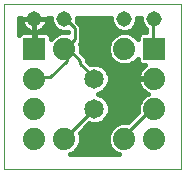
<source format=gtl>
G75*
%MOIN*%
%OFA0B0*%
%FSLAX25Y25*%
%IPPOS*%
%LPD*%
%AMOC8*
5,1,8,0,0,1.08239X$1,22.5*
%
%ADD10C,0.00000*%
%ADD11R,0.07400X0.07400*%
%ADD12C,0.07400*%
%ADD13C,0.06500*%
%ADD14C,0.05150*%
%ADD15C,0.01600*%
%ADD16C,0.01000*%
D10*
X0001800Y0001800D02*
X0001800Y0056761D01*
X0060501Y0056761D01*
X0060501Y0001800D01*
X0001800Y0001800D01*
D11*
X0011800Y0041800D03*
X0051800Y0041800D03*
D12*
X0041800Y0041800D03*
X0051800Y0031800D03*
X0051800Y0021800D03*
X0051800Y0011800D03*
X0041800Y0011800D03*
X0021800Y0011800D03*
X0011800Y0011800D03*
X0011800Y0021800D03*
X0011800Y0031800D03*
X0021800Y0041800D03*
D13*
X0031800Y0031800D03*
X0031800Y0021800D03*
D14*
X0021800Y0051800D03*
X0011800Y0051800D03*
X0041800Y0051800D03*
X0051800Y0051800D03*
D15*
X0049016Y0048420D02*
X0048105Y0049331D01*
X0047441Y0050933D01*
X0047441Y0051961D01*
X0046159Y0051961D01*
X0046159Y0050933D01*
X0045495Y0049331D01*
X0044269Y0048105D01*
X0042667Y0047441D01*
X0040933Y0047441D01*
X0039331Y0048105D01*
X0038105Y0049331D01*
X0037441Y0050933D01*
X0037441Y0051961D01*
X0026159Y0051961D01*
X0026159Y0050933D01*
X0026141Y0050889D01*
X0026146Y0050884D01*
X0027484Y0049546D01*
X0027484Y0044054D01*
X0027002Y0043572D01*
X0027284Y0042891D01*
X0027284Y0040746D01*
X0029284Y0038746D01*
X0029284Y0037846D01*
X0030443Y0036687D01*
X0030799Y0036834D01*
X0032801Y0036834D01*
X0034652Y0036068D01*
X0036068Y0034652D01*
X0036834Y0032801D01*
X0036834Y0030799D01*
X0036068Y0028948D01*
X0034652Y0027532D01*
X0032884Y0026800D01*
X0034652Y0026068D01*
X0036068Y0024652D01*
X0036834Y0022801D01*
X0036834Y0020799D01*
X0036068Y0018948D01*
X0034652Y0017532D01*
X0032801Y0016766D01*
X0030799Y0016766D01*
X0030160Y0017030D01*
X0026914Y0013784D01*
X0027284Y0012891D01*
X0027284Y0010709D01*
X0026449Y0008693D01*
X0024907Y0007151D01*
X0023577Y0006600D01*
X0040023Y0006600D01*
X0038693Y0007151D01*
X0037151Y0008693D01*
X0036316Y0010709D01*
X0036316Y0012891D01*
X0037151Y0014907D01*
X0038693Y0016449D01*
X0040709Y0017284D01*
X0042854Y0017284D01*
X0046316Y0020746D01*
X0046316Y0022891D01*
X0047151Y0024907D01*
X0048693Y0026449D01*
X0049517Y0026790D01*
X0048917Y0027096D01*
X0048217Y0027605D01*
X0047605Y0028217D01*
X0047096Y0028917D01*
X0046703Y0029689D01*
X0046435Y0030512D01*
X0046300Y0031367D01*
X0046300Y0031600D01*
X0051600Y0031600D01*
X0051600Y0032000D01*
X0046300Y0032000D01*
X0046300Y0032233D01*
X0046435Y0033088D01*
X0046703Y0033911D01*
X0047096Y0034683D01*
X0047605Y0035383D01*
X0048217Y0035995D01*
X0048658Y0036316D01*
X0047361Y0036316D01*
X0046316Y0037361D01*
X0046316Y0038560D01*
X0044907Y0037151D01*
X0042891Y0036316D01*
X0040709Y0036316D01*
X0038693Y0037151D01*
X0037151Y0038693D01*
X0036316Y0040709D01*
X0036316Y0042891D01*
X0037151Y0044907D01*
X0038693Y0046449D01*
X0040709Y0047284D01*
X0042891Y0047284D01*
X0044907Y0046449D01*
X0046316Y0045040D01*
X0046316Y0046239D01*
X0047361Y0047284D01*
X0049016Y0047284D01*
X0049016Y0048420D01*
X0049016Y0048157D02*
X0044321Y0048157D01*
X0044643Y0046558D02*
X0046635Y0046558D01*
X0045671Y0049755D02*
X0047929Y0049755D01*
X0047441Y0051354D02*
X0046159Y0051354D01*
X0039279Y0048157D02*
X0027484Y0048157D01*
X0027484Y0046558D02*
X0038957Y0046558D01*
X0037204Y0044960D02*
X0027484Y0044960D01*
X0027089Y0043361D02*
X0036511Y0043361D01*
X0036316Y0041763D02*
X0027284Y0041763D01*
X0027866Y0040164D02*
X0036541Y0040164D01*
X0037278Y0038566D02*
X0029284Y0038566D01*
X0030163Y0036967D02*
X0039136Y0036967D01*
X0035351Y0035369D02*
X0047594Y0035369D01*
X0046657Y0033770D02*
X0036433Y0033770D01*
X0036834Y0032172D02*
X0046300Y0032172D01*
X0046426Y0030573D02*
X0036741Y0030573D01*
X0036079Y0028975D02*
X0047067Y0028975D01*
X0048532Y0027376D02*
X0034275Y0027376D01*
X0034942Y0025778D02*
X0048022Y0025778D01*
X0046849Y0024179D02*
X0036264Y0024179D01*
X0036834Y0022581D02*
X0046316Y0022581D01*
X0046316Y0020982D02*
X0036834Y0020982D01*
X0036248Y0019384D02*
X0044953Y0019384D01*
X0043355Y0017785D02*
X0034905Y0017785D01*
X0038431Y0016187D02*
X0029317Y0016187D01*
X0027718Y0014588D02*
X0037019Y0014588D01*
X0036357Y0012990D02*
X0027243Y0012990D01*
X0027284Y0011391D02*
X0036316Y0011391D01*
X0036695Y0009793D02*
X0026905Y0009793D01*
X0025950Y0008194D02*
X0037650Y0008194D01*
X0044464Y0036967D02*
X0046709Y0036967D01*
X0037929Y0049755D02*
X0027275Y0049755D01*
X0026159Y0051354D02*
X0037441Y0051354D01*
X0022916Y0047544D02*
X0022916Y0047274D01*
X0022891Y0047284D01*
X0020709Y0047284D01*
X0018693Y0046449D01*
X0017300Y0045056D01*
X0017300Y0045737D01*
X0017177Y0046195D01*
X0016940Y0046605D01*
X0016605Y0046940D01*
X0016195Y0047177D01*
X0015737Y0047300D01*
X0012000Y0047300D01*
X0012000Y0042000D01*
X0011600Y0042000D01*
X0011600Y0047300D01*
X0007863Y0047300D01*
X0007405Y0047177D01*
X0006995Y0046940D01*
X0006660Y0046605D01*
X0006600Y0046502D01*
X0006600Y0051961D01*
X0007425Y0051961D01*
X0007425Y0051800D01*
X0011800Y0051800D01*
X0016175Y0051800D01*
X0016175Y0051961D01*
X0017441Y0051961D01*
X0017441Y0050933D01*
X0018105Y0049331D01*
X0019331Y0048105D01*
X0020933Y0047441D01*
X0022667Y0047441D01*
X0022916Y0047544D01*
X0019279Y0048157D02*
X0014228Y0048157D01*
X0014093Y0048058D02*
X0014650Y0048463D01*
X0015137Y0048950D01*
X0015542Y0049507D01*
X0015854Y0050121D01*
X0016067Y0050776D01*
X0016175Y0051456D01*
X0016175Y0051800D01*
X0011800Y0051800D01*
X0011800Y0051800D01*
X0011800Y0051800D01*
X0011800Y0047425D01*
X0012144Y0047425D01*
X0012824Y0047533D01*
X0013479Y0047746D01*
X0014093Y0048058D01*
X0015668Y0049755D02*
X0017929Y0049755D01*
X0017441Y0051354D02*
X0016159Y0051354D01*
X0011800Y0051354D02*
X0011800Y0051354D01*
X0011800Y0051800D02*
X0011800Y0051800D01*
X0007425Y0051800D01*
X0007425Y0051456D01*
X0007533Y0050776D01*
X0007746Y0050121D01*
X0008058Y0049507D01*
X0008463Y0048950D01*
X0008950Y0048463D01*
X0009507Y0048058D01*
X0010121Y0047746D01*
X0010776Y0047533D01*
X0011456Y0047425D01*
X0011800Y0047425D01*
X0011800Y0051800D01*
X0011800Y0049755D02*
X0011800Y0049755D01*
X0011800Y0048157D02*
X0011800Y0048157D01*
X0011600Y0046558D02*
X0012000Y0046558D01*
X0012000Y0044960D02*
X0011600Y0044960D01*
X0011600Y0043361D02*
X0012000Y0043361D01*
X0016967Y0046558D02*
X0018957Y0046558D01*
X0009372Y0048157D02*
X0006600Y0048157D01*
X0006600Y0049755D02*
X0007932Y0049755D01*
X0007441Y0051354D02*
X0006600Y0051354D01*
X0006600Y0046558D02*
X0006633Y0046558D01*
D16*
X0021800Y0041800D02*
X0022500Y0041400D01*
X0022500Y0037800D01*
X0017100Y0032400D01*
X0012600Y0032400D01*
X0011800Y0031800D01*
X0021800Y0041800D02*
X0022500Y0042300D01*
X0027000Y0037800D01*
X0027000Y0036900D01*
X0031500Y0032400D01*
X0031800Y0031800D01*
X0031800Y0021800D02*
X0031500Y0021600D01*
X0022500Y0012600D01*
X0021800Y0011800D01*
X0041800Y0011800D02*
X0042300Y0012600D01*
X0042300Y0013500D01*
X0051300Y0022500D01*
X0051800Y0021800D01*
X0051800Y0041800D02*
X0051300Y0042300D01*
X0051300Y0051300D01*
X0051800Y0051800D01*
X0025200Y0048600D02*
X0025200Y0045000D01*
X0022500Y0042300D01*
X0025200Y0048600D02*
X0022500Y0051300D01*
X0021800Y0051800D01*
M02*

</source>
